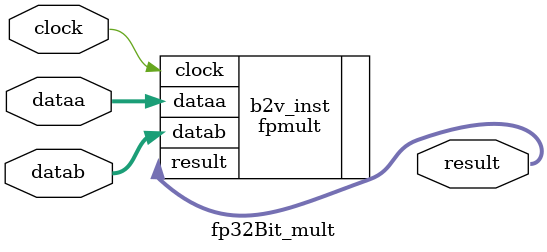
<source format=v>


module fp32Bit_mult(
	clock,
	dataa,
	datab,
	result
);


input wire	clock;
input wire	[31:0] dataa;
input wire	[31:0] datab;
output wire	[31:0] result;






fpmult	b2v_inst(
	.clock(clock),
	.dataa(dataa),
	.datab(datab),
	.result(result));


endmodule

</source>
